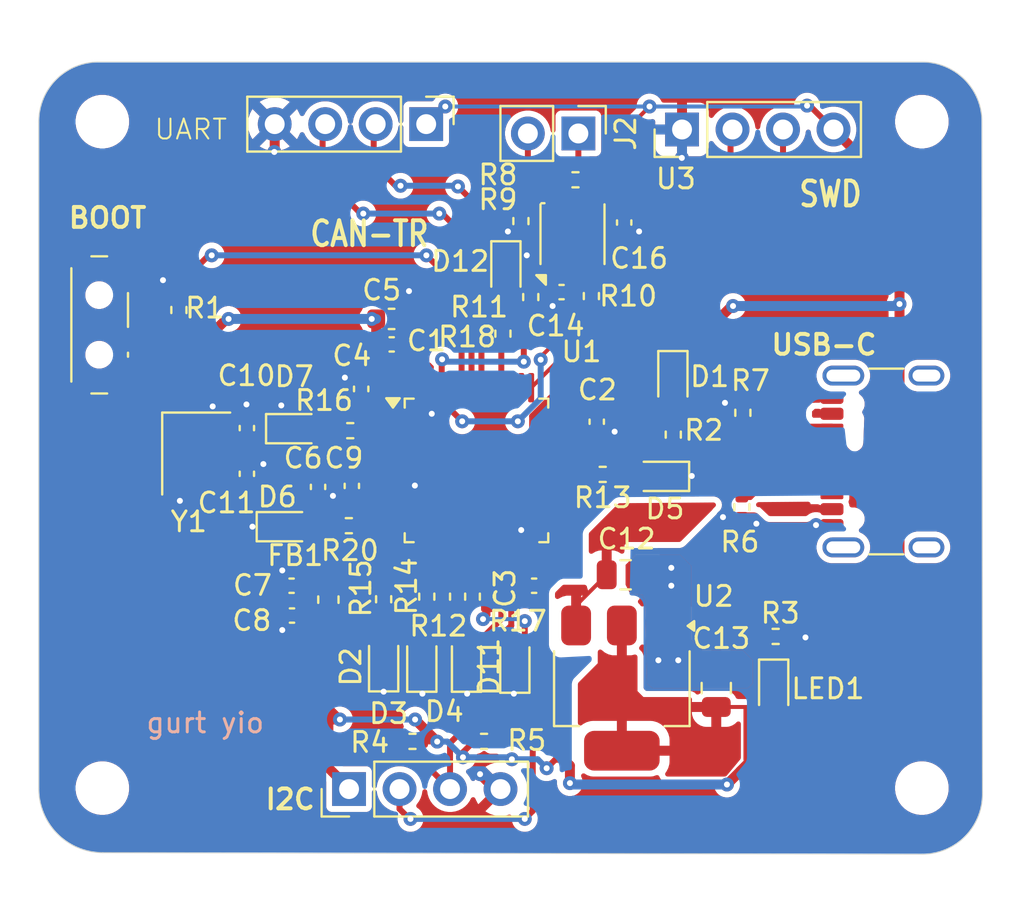
<source format=kicad_pcb>
(kicad_pcb (version 20241229) (generator "pcbnew") (generator_version "9.0")
  (layers (0 "F.Cu" signal) (2 "B.Cu" power) (13 "F.Paste" user) (15 "B.Paste" user) (5 "F.SilkS" user "F.Silkscreen") (7 "B.SilkS" user "B.Silkscreen") (1 "F.Mask" user) (3 "B.Mask" user) (25 "Edge.Cuts" user))
  (net 0 "")
  (net 1 "/NRST")
  (net 2 "/HSE_IN")
  (net 3 "/HSE_OUT")
  (net 4 "VBUS")
  (net 5 "/SWCLK")
  (net 6 "/SWDIO")
  (net 7 "/USART1_TX")
  (net 8 "/I2C2_SDA")
  (net 9 "/I2C2_SCL")
  (net 11 "Net-(J1-CC1)")
  (net 12 "/USB_D-")
  (net 13 "/USB_D+")
  (net 16 "Net-(J1-CC2)")
  (net 20 "/PWR_LED_K")
  (net 21 "/BOOT0")
  (net 22 "/SW for BOOT0")
  (net 24 "+5V")
  (net 26 "GND")
  (net 27 "+3V3")
  (net 28 "Net-(D1-A)")
  (net 34 "Net-(U3-STBY)")
  (net 36 "Net-(U3-RXD)")
  (net 37 "/CAN_RX")
  (net 41 "Net-(U3-TXD)")
  (net 42 "/CAN_TX")
  (net 49 "Net-(D4-A)")
  (net 50 "Net-(U1-PA7)")
  (net 51 "Net-(U1-PA9)")
  (net 52 "Net-(D5-A)")
  (net 53 "Net-(D3-A)")
  (net 54 "Net-(U1-PA4)")
  (net 55 "Net-(D2-A)")
  (net 56 "Net-(U1-PA2)")
  (net 57 "Net-(D7-A)")
  (net 58 "Net-(U1-PC13)")
  (net 59 "Net-(D11-A)")
  (net 60 "Net-(U1-PB0)")
  (net 61 "Net-(U1-PB4)")
  (net 62 "Net-(D12-A)")
  (net 63 "Net-(U1-PA0)")
  (net 64 "Net-(D6-A)")
  (net 65 "/USART1_RX")
  (net 66 "Net-(J2-Pin_1)")
  (net 67 "Net-(J2-Pin_2)")
  (footprint "Resistor_SMD:R_0402_1005Metric" (layer "F.Cu") (at 132.35 94.55 90)
    (property "Reference" "R10")
    (property "Value" "1K")
  )
  (footprint "Capacitor_SMD:C_0402_1005Metric" (layer "F.Cu") (at 120.3 104.1 -90)
    (property "Reference" "C9")
    (property "Value" "100n")
  )
  (footprint "Capacitor_SMD:C_0402_1005Metric" (layer "F.Cu") (at 117.27 109.12 180)
    (property "Reference" "C7")
    (property "Value" "1u")
  )
  (footprint "MountingHole:MountingHole_2.2mm_M2" (layer "F.Cu") (at 107.75 85.775)
    (property "Reference" "H1")
    (property "Value" "MountingHole")
  )
  (footprint "Inductor_SMD:L_0603_1608Metric" (layer "F.Cu") (at 119.12 109.82 -90)
    (property "Reference" "FB1")
    (property "Value" "120R")
  )
  (footprint "Package_TO_SOT_SMD:SOT-223-3_TabPin2" (layer "F.Cu") (at 133.8825 114.27 -90)
    (property "Reference" "U2")
    (property "Value" "AMS1117-3.3")
  )
  (footprint "Resistor_SMD:R_0402_1005Metric" (layer "F.Cu") (at 128.805 90.7775 -90)
    (property "Reference" "R9")
    (property "Value" "10K")
  )
  (footprint "Capacitor_SMD:C_0402_1005Metric" (layer "F.Cu") (at 122.305 96.98)
    (property "Reference" "C1")
    (property "Value" "100n")
  )
  (footprint "Capacitor_SMD:C_0402_1005Metric" (layer "F.Cu") (at 132.62 100.87 -90)
    (property "Reference" "C2")
    (property "Value" "100n")
  )
  (footprint "Capacitor_SMD:C_0402_1005Metric_Pad0.74x0.62mm_HandSolder" (layer "F.Cu") (at 120.77 99.22 90)
    (property "Reference" "C4")
    (property "Value" "100n")
  )
  (footprint "LED_SMD:LED_0603_1608Metric" (layer "F.Cu") (at 128.05 93.2775 -90)
    (property "Reference" "D12")
    (property "Value" "BLUE")
  )
  (footprint "Resistor_SMD:R_0402_1005Metric" (layer "F.Cu") (at 136.47 101.52 90)
    (property "Reference" "R2")
    (property "Value" "1K5")
  )
  (footprint "Resistor_SMD:R_0402_1005Metric" (layer "F.Cu") (at 139.92 105.17 -90)
    (property "Reference" "R6")
    (property "Value" "5k1")
  )
  (footprint "Resistor_SMD:R_0402_1005Metric" (layer "F.Cu") (at 124.07 109.67 90)
    (property "Reference" "R14")
    (property "Value" "1K5")
  )
  (footprint "Resistor_SMD:R_0402_1005Metric" (layer "F.Cu") (at 111.6 95.25 90)
    (property "Reference" "R1")
    (property "Value" "10K")
  )
  (footprint "Button_Switch_SMD:SW_SPDT_PCM12" (layer "F.Cu") (at 107.92 96 -90)
    (property "Reference" "SW1" (hide yes))
    (property "Value" "SW_SPDT")
  )
  (footprint "Resistor_SMD:R_0402_1005Metric" (layer "F.Cu") (at 127.9 96.44 -90)
    (property "Reference" "R18")
    (property "Value" "1K")
  )
  (footprint "LED_SMD:LED_0603_1608Metric" (layer "F.Cu") (at 123.82 112.97 90)
    (property "Reference" "D3")
    (property "Value" "RED")
  )
  (footprint "Connector_PinHeader_2.54mm:PinHeader_1x04_P2.54mm_Vertical" (layer "F.Cu") (at 124.04 85.9 -90)
    (property "Reference" "CONN2")
    (property "Value" "Conn_01x04_Pin")
  )
  (footprint "Connector_USB:USB_C_Receptacle_GCT_USB4105-xx-A_16P_TopMnt_Horizontal" (layer "F.Cu") (at 148.13 102.87 90)
    (property "Reference" "USB-C")
    (property "Value" "USB_C_Receptacle_USB2.0_16P")
  )
  (footprint "Resistor_SMD:R_0402_1005Metric" (layer "F.Cu") (at 139.97 100.42 90)
    (property "Reference" "R7")
    (property "Value" "5k1")
  )
  (footprint "Capacitor_SMD:C_0402_1005Metric" (layer "F.Cu") (at 129.47 109.12 180)
    (property "Reference" "C3")
    (property "Value" "100n")
  )
  (footprint "LED_SMD:LED_0603_1608Metric" (layer "F.Cu") (at 136.45 98.8 -90)
    (property "Reference" "D1")
    (property "Value" "GREEN")
  )
  (footprint "MountingHole:MountingHole_2.2mm_M2" (layer "F.Cu") (at 148.975 119.3)
    (property "Reference" "H3")
    (property "Value" "MountingHole")
  )
  (footprint "Resistor_SMD:R_0402_1005Metric" (layer "F.Cu") (at 131.55 88.7)
    (property "Reference" "R8")
    (property "Value" "120R")
  )
  (footprint "Connector_PinHeader_2.54mm:PinHeader_1x04_P2.54mm_Vertical" (layer "F.Cu") (at 120.16 119.35 90)
    (property "Reference" "CONN3")
    (property "Value" "Conn_01x04_Pin")
  )
  (footprint "Resistor_SMD:R_0402_1005Metric" (layer "F.Cu") (at 132.92 103.52 180)
    (property "Reference" "R13")
    (property "Value" "1K5")
  )
  (footprint "Capacitor_SMD:C_0603_1608Metric" (layer "F.Cu") (at 122.3 95.7)
    (property "Reference" "C5")
    (property "Value" "10u")
  )
  (footprint "LED_SMD:LED_0603_1608Metric" (layer "F.Cu") (at 117 106.15)
    (property "Reference" "D6")
    (property "Value" "RED")
  )
  (footprint "Package_DFN_QFN:DFN-8-1EP_3x3mm_P0.65mm_EP1.55x2.4mm" (layer "F.Cu") (at 131.4 91.4375 90)
    (property "Reference" "U3")
    (property "Value" "MCP2542FDxMF")
  )
  (footprint "Resistor_SMD:R_0402_1005Metric" (layer "F.Cu") (at 120.15 106.1)
    (property "Reference" "R20")
    (property "Value" "1K5")
  )
  (footprint "Package_QFP:LQFP-48_7x7mm_P0.5mm" (layer "F.Cu") (at 126.57 103.32)
    (property "Reference" "U1")
    (property "Value" "STM32F103C8T6")
  )
  (footprint "Capacitor_SMD:C_0402_1005Metric" (layer "F.Cu") (at 130.85 94.35)
    (property "Reference" "C14")
    (property "Value" "100n")
  )
  (footprint "Resistor_SMD:R_0402_1005Metric" (layer "F.Cu") (at 123.35 116.95)
    (property "Reference" "R4")
    (property "Value" "1K5")
  )
  (footprint "Capacitor_SMD:C_0402_1005Metric" (layer "F.Cu") (at 117.29 110.62 180)
    (property "Reference" "C8")
    (property "Value" "1u")
  )
  (footprint "Resistor_SMD:R_0402_1005Metric" (layer "F.Cu") (at 120.22 101.32)
    (property "Reference" "R16")
    (property "Value" "1K")
  )
  (footprint "Crystal:Crystal_SMD_3225-4Pin_3.2x2.5mm" (layer "F.Cu") (at 112.47 102.47 -90)
    (property "Reference" "Y1")
    (property "Value" "16MHz")
  )
  (footprint "Resistor_SMD:R_0402_1005Metric" (layer "F.Cu") (at 141.62 111.67 180)
    (property "Reference" "R3")
    (property "Value" "1K5")
  )
  (footprint "Resistor_SMD:R_0402_1005Metric" (layer "F.Cu") (at 125.62 109.67 90)
    (property "Reference" "R12")
    (property "Value" "1K5")
  )
  (footprint "Resistor_SMD:R_0402_1005Metric" (layer "F.Cu") (at 127.12 109.67 90)
    (property "Reference" "R17")
    (property "Value" "1K")
  )
  (footprint "LED_SMD:LED_0603_1608Metric" (layer "F.Cu") (at 128.5 113.02 90)
    (property "Reference" "D11")
    (property "Value" "BLUE")
  )
  (footprint "MountingHole:MountingHole_2.2mm_M2" (layer "F.Cu") (at 107.75 119.3)
    (property "Reference" "H2")
    (property "Value" "MountingHole")
  )
  (footprint "MountingHole:MountingHole_2.2mm_M2" (layer "F.Cu") (at 148.975 85.775)
    (property "Reference" "H4")
    (property "Value" "MountingHole")
  )
  (footprint "Capacitor_SMD:C_0402_1005Metric" (layer "F.Cu") (at 118.6 104.15 -90)
    (property "Reference" "C6")
    (property "Value" "10n")
  )
  (footprint "Resistor_SMD:R_0402_1005Metric" (layer "F.Cu") (at 121.9 109.8 90)
    (property "Reference" "R15")
    (property "Value" "1K5")
  )
  (footprint "Capacitor_SMD:C_0402_1005Metric" (layer "F.Cu") (at 115.02 103.49 90)
    (property "Reference" "C11")
    (property "Value" "10p")
  )
  (footprint "Capacitor_SMD:C_0402_1005Metric" (layer "F.Cu") (at 115.02 101.19 90)
    (property "Reference" "C10")
    (property "Value" "10p")
  )
  (footprint "Capacitor_SMD:C_0402_1005Metric" (layer "F.Cu") (at 134 90.85 -90)
    (property "Reference" "C16")
    (property "Value" "100n")
  )
  (footprint "LED_SMD:LED_0603_1608Metric" (layer "F.Cu") (at 117.47 101.22)
    (property "Reference" "D7")
    (property "Value" "BLUE")
  )
  (footprint "LED_SMD:LED_0603_1608Metric" (layer "F.Cu") (at 126.07 112.97 90)
    (property "Reference" "D4")
    (property "Value" "RED")
  )
  (footprint "Resistor_SMD:R_0402_1005Metric" (layer "F.Cu") (at 126.95 116.95 180)
    (property "Reference" "R5")
    (property "Value" "1K5")
  )
  (footprint "LED_SMD:LED_0603_1608Metric" (layer "F.Cu") (at 121.9 112.95 90)
    (property "Reference" "D2")
    (property "Value" "RED")
  )
  (footprint "Connector_PinHeader_2.54mm:PinHeader_1x04_P2.54mm_Vertical" (layer "F.Cu") (at 136.91 86.17 90)
    (property "Reference" "CONN1")
    (property "Value" "Conn_01x04_Pin")
  )
  (footprint "Connector_PinHeader_2.54mm:PinHeader_1x02_P2.54mm_Vertical" (layer "F.Cu") (at 131.695 86.37 -90)
    (property "Reference" "J2")
    (property "Value" "Conn_01x02_Pin")
  )
  (footprint "LED_SMD:LED_0603_1608Metric" (layer "F.Cu") (at 135.7825 103.62 180)
    (property "Reference" "D5")
    (property "Value" "RED")
  )
  (footprint "LED_SMD:LED_0603_1608Metric" (layer "F.Cu") (at 141.52 114.32 -90)
    (property "Reference" "LED1")
    (property "Value" "RED")
  )
  (footprint "Resistor_SMD:R_0402_1005Metric" (layer "F.Cu") (at 129.3 94.6 90)
    (property "Reference" "R11")
    (property "Value" "1K")
  )
  (footprint "Capacitor_SMD:C_0805_2012Metric" (layer "F.Cu") (at 138.6325 114.27 90)
    (property "Reference" "C13")
    (property "Value" "22u")
  )
  (footprint "Capacitor_SMD:C_0805_2012Metric" (layer "F.Cu") (at 134.07 108.57)
    (property "Reference" "C12")
    (property "Value" "22u")
  )
  (gr_line (start 149 82.775) (end 107.525141 82.775) (stroke (width 0.05)) (layer "Edge.Cuts"))
  (gr_arc (start 104.550002 85.80021) (mid 105.410929 83.671432) (end 107.525 82.775) (stroke (width 0.05)) (layer "Edge.Cuts"))
  (gr_arc (start 152.025 119.599998) (mid 151.138998 121.738996) (end 149 122.624998) (stroke (width 0.05)) (layer "Edge.Cuts"))
  (gr_line (start 104.550002 119.325) (end 104.550002 85.80021) (stroke (width 0.05)) (layer "Edge.Cuts"))
  (gr_line (start 107.775 122.549998) (end 149 122.624998) (stroke (width 0.05)) (layer "Edge.Cuts"))
  (gr_arc (start 149 82.775) (mid 151.12132 83.65368) (end 152 85.775) (stroke (width 0.05)) (layer "Edge.Cuts"))
  (gr_arc (start 107.775 122.549998) (mid 105.494582 121.605418) (end 104.550002 119.325) (stroke (width 0.05)) (layer "Edge.Cuts"))
  (gr_line (start 152.025 119.599998) (end 152 85.775) (stroke (width 0.05)) (layer "Edge.Cuts"))
  (gr_text "BOOT\n" (at 105.95 91.2 0) (layer "F.SilkS") (effects (font (size 1 1) (thickness 0.2)) (justify left bottom)))
  (gr_text "CAN-TR" (at 118.1 92.15 0) (layer "F.SilkS") (effects (font (size 1.25 1) (thickness 0.2) (bold yes)) (justify left bottom)))
  (gr_text "I2C" (at 115.85 120.45 0) (layer "F.SilkS") (effects (font (size 1 1) (thickness 0.2) (bold yes)) (justify left bottom)))
  (gr_text "SWD" (at 142.7 90.15 0) (layer "F.SilkS") (effects (font (size 1.25 1) (thickness 0.2) (bold yes)) (justify left bottom)))
  (gr_text "UART" (at 110.3 86.75 0) (layer "F.SilkS") (effects (font (size 1 1) (thickness 0.1)) (justify left bottom)))
  (gr_text "gurt yio" (at 109.875 116.6 0) (layer "B.SilkS") (effects (font (size 1 1)) (justify left bottom)))
  (segment (start 120.3 103.62) (end 122.349 103.62) (width 0.2) (layer "F.Cu") (net 1))
  (segment (start 122.349 103.62) (end 122.35 103.619) (width 0.2) (layer "F.Cu") (net 1))
  (segment (start 121.25 102.25) (end 115.14 102.25) (width 0.2) (layer "F.Cu") (net 2))
  (segment (start 115 102.25) (end 115.14 102.25) (width 0.2) (layer "F.Cu") (net 2))
  (segment (start 122.4075 102.57) (end 121.57 102.57) (width 0.2) (layer "F.Cu") (net 2))
  (segment (start 115.02 101.67) (end 114.79 101.67) (width 0.3) (layer "F.Cu") (net 2))
  (segment (start 115.02 102.13) (end 115.02 101.67) (width 0.2) (layer "F.Cu") (net 2))
  (segment (start 115.14 102.25) (end 115.02 102.13) (width 0.2) (layer "F.Cu") (net 2))
  (segment (start 114.879 102.371) (end 115 102.25) (width 0.2) (layer "F.Cu") (net 2))
  (segment (start 121.57 102.57) (end 121.25 102.25) (width 0.2) (layer "F.Cu") (net 2))
  (segment (start 112.621 102.371) (end 111.62 101.37) (width 0.2) (layer "F.Cu") (net 2))
  (segment (start 114.879 102.371) (end 112.621 102.371) (width 0.2) (layer "F.Cu") (net 2))
  (segment (start 120.95 102.701) (end 117.849 102.701) (width 0.3) (layer "F.Cu") (net 3))
  (segment (start 122.4075 103.07) (end 121.319 103.07) (width 0.3) (layer "F.Cu") (net 3))
  (segment (start 116.58 103.97) (end 115.02 103.97) (width 0.3) (layer "F.Cu") (net 3))
  (segment (start 117.849 102.701) (end 116.58 103.97) (width 0.3) (layer "F.Cu") (net 3))
  (segment (start 113.72 103.97) (end 115.02 103.97) (width 0.5) (layer "F.Cu") (net 3))
  (segment (start 121.319 103.07) (end 120.95 102.701) (width 0.3) (layer "F.Cu") (net 3))
  (segment (start 131.75 109.9) (end 131.5825 110.0675) (width 0.2) (layer "F.Cu") (net 4))
  (segment (start 131.5825 110.0675) (end 131.5825 111.12) (width 0.2) (layer "F.Cu") (net 4))
  (segment (start 133.12 108.57) (end 131.79 109.9) (width 0.2) (layer "F.Cu") (net 4))
  (segment (start 131.79 109.9) (end 131.75 109.9) (width 0.2) (layer "F.Cu") (net 4))
  (segment (start 139.35 89.1275) (end 139.35 86.27) (width 0.3) (layer "F.Cu") (net 5))
  (segment (start 129.32 99.1575) (end 139.35 89.1275) (width 0.2) (layer "F.Cu") (net 5))
  (segment (start 139.35 86.27) (end 139.45 86.17) (width 0.3) (layer "F.Cu") (net 5))
  (segment (start 129.67 101.57) (end 129.37 101.27) (width 0.3) (layer "F.Cu") (net 6))
  (segment (start 129.37 100.590466) (end 141.99 87.970466) (width 0.3) (layer "F.Cu") (net 6))
  (segment (start 130.7325 101.57) (end 129.67 101.57) (width 0.3) (layer "F.Cu") (net 6))
  (segment (start 129.37 101.27) (end 129.37 100.590466) (width 0.3) (layer "F.Cu") (net 6))
  (segment (start 141.99 87.970466) (end 141.99 86.17) (width 0.3) (layer "F.Cu") (net 6))
  (segment (start 125.6375 89.0375) (end 126.82 90.22) (width 0.3) (layer "F.Cu") (net 7))
  (segment (start 122.5 89) (end 121.4 87.9) (width 0.3) (layer "F.Cu") (net 7))
  (segment (start 121.4 87.9) (end 121.4 86.23) (width 0.3) (layer "F.Cu") (net 7))
  (segment (start 121.4 86.23) (end 121.37 86.2) (width 0.3) (layer "F.Cu") (net 7))
  (segment (start 125.6 89) (end 125.6375 89.0375) (width 0.3) (layer "F.Cu") (net 7))
  (segment (start 126.82 90.22) (end 126.82 99.1575) (width 0.3) (layer "F.Cu") (net 7))
  (via (at 122.75 89) (size 0.7) (drill 0.3) (layers "F.Cu" "B.Cu") (net 7))
  (via (at 125.6375 89.0375) (size 0.7) (drill 0.3) (layers "F.Cu" "B.Cu") (net 7))
  (segment (start 122.75 89) (end 122.5 89) (width 0.3) (layer "B.Cu") (net 7))
  (segment (start 125.6 89) (end 122.75 89) (width 0.3) (layer "B.Cu") (net 7))
  (segment (start 128.32 111.12569) (end 127.6 111.84569) (width 0.3) (layer "F.Cu") (net 8))
  (segment (start 127.6 111.84569) (end 127.6 115.35) (width 0.3) (layer "F.Cu") (net 8))
  (segment (start 122.7 120.35) (end 122.7 119.32) (width 0.3) (layer "F.Cu") (net 8))
  (segment (start 129.4 117.15) (end 129.4 120.45) (width 0.3) (layer "F.Cu") (net 8))
  (segment (start 123.2 120.85) (end 122.7 120.35) (width 0.3) (layer "F.Cu") (net 8))
  (segment (start 128.1 116.95) (end 128.65 116.4) (width 0.3) (layer "F.Cu") (net 8))
  (segment (start 127.6 115.35) (end 128.65 116.4) (width 0.3) (layer "F.Cu") (net 8))
  (segment (start 129.4 120.45) (end 129 120.85) (width 0.3) (layer "F.Cu") (net 8))
  (segment (start 128.65 116.4) (end 129.4 117.15) (width 0.3) (layer "F.Cu") (net 8))
  (segment (start 127.46 116.95) (end 128.1 116.95) (width 0.3) (layer "F.Cu") (net 8))
  (segment (start 128.32 107.4825) (end 128.32 111.12569) (width 0.3) (layer "F.Cu") (net 8))
  (via (at 123.25 120.85) (size 0.7) (drill 0.3) (layers "F.Cu" "B.Cu") (net 8))
  (via (at 129 120.85) (size 0.7) (drill 0.3) (layers "F.Cu" "B.Cu") (net 8))
  (segment (start 129 120.85) (end 123.25 120.85) (width 0.3) (layer "B.Cu") (net 8))
  (segment (start 123.25 120.85) (end 123.2 120.85) (width 0.3) (layer "B.Cu") (net 8))
  (segment (start 127.82 110.79769) (end 126.896 111.72169) (width 0.3) (layer "F.Cu") (net 9))
  (segment (start 125.21 119.32) (end 125.24 119.32) (width 0.3) (layer "F.Cu") (net 9))
  (segment (start 126.896 115.37495) (end 125.24 117.03095) (width 0.3) (layer "F.Cu") (net 9))
  (segment (start 125.24 117.03095) (end 125.24 119.32) (width 0.3) (layer "F.Cu") (net 9))
  (segment (start 122.84 116.95) (end 125.21 119.32) (width 0.3) (layer "F.Cu") (net 9))
  (segment (start 126.896 111.72169) (end 126.896 115.37495) (width 0.3) (layer "F.Cu") (net 9))
  (segment (start 127.82 107.4825) (end 127.82 110.79769) (width 0.3) (layer "F.Cu") (net 9))
  (segment (start 140.9 104.12) (end 144.45 104.12) (width 0.3) (layer "F.Cu") (net 11))
  (segment (start 140.33 104.66) (end 140.87 104.12) (width 0.3) (layer "F.Cu") (net 11))
  (segment (start 139.92 104.66) (end 140.33 104.66) (width 0.3) (layer "F.Cu") (net 11))
  (segment (start 140.87 104.12) (end 140.9 104.12) (width 0.3) (layer "F.Cu") (net 11))
  (segment (start 130.7325 102.57) (end 130.7825 102.62) (width 0.2) (layer "F.Cu") (net 12))
  (segment (start 130.7825 102.62) (end 141.88 102.62) (width 0.2) (layer "F.Cu") (net 12))
  (segment (start 143.27 103.62) (end 142.95 103.3) (width 0.2) (layer "F.Cu") (net 12))
  (segment (start 143.175 102.62) (end 144.45 102.62) (width 0.2) (layer "F.Cu") (net 12))
  (segment (start 141.88 102.62) (end 143.175 102.62) (width 0.2) (layer "F.Cu") (net 12))
  (segment (start 142.95 103.3) (end 142.95 102.845) (width 0.2) (layer "F.Cu") (net 12))
  (segment (start 144.45 103.62) (end 143.27 103.62) (width 0.2) (layer "F.Cu") (net 12))
  (segment (start 142.95 102.845) (end 143.175 102.62) (width 0.2) (layer "F.Cu") (net 12))
  (segment (start 145.326 102.852824) (end 145.058824 103.12) (width 0.2) (layer "F.Cu") (net 13))
  (segment (start 130.7325 102.07) (end 130.7825 102.12) (width 0.2) (layer "F.Cu") (net 13))
  (segment (start 145.058824 102.12) (end 145.326 102.387176) (width 0.2) (layer "F.Cu") (net 13))
  (segment (start 145.058824 103.12) (end 144.45 103.12) (width 0.2) (layer "F.Cu") (net 13))
  (segment (start 130.7825 102.12) (end 145.058824 102.12) (width 0.2) (layer "F.Cu") (net 13))
  (segment (start 145.326 102.387176) (end 145.326 102.852824) (width 0.2) (layer "F.Cu") (net 13))
  (segment (start 140.48 100.93) (end 140.67 101.12) (width 0.3) (layer "F.Cu") (net 16))
  (segment (start 140.67 101.12) (end 144.45 101.12) (width 0.3) (layer "F.Cu") (net 16))
  (segment (start 139.97 100.93) (end 140.48 100.93) (width 0.3) (layer "F.Cu") (net 16))
  (segment (start 141.11 111.67) (end 141.11 113.1225) (width 0.3) (layer "F.Cu") (net 20))
  (segment (start 141.11 113.1225) (end 141.52 113.5325) (width 0.3) (layer "F.Cu") (net 20))
  (segment (start 125.82 94.27) (end 124.05 92.5) (width 0.3) (layer "F.Cu") (net 21))
  (segment (start 125.82 99.1575) (end 125.82 94.27) (width 0.3) (layer "F.Cu") (net 21))
  (segment (start 111.6 94) (end 111.6 94.74) (width 0.3) (layer "F.Cu") (net 21))
  (segment (start 113.1 92.5) (end 111.6 94) (width 0.3) (layer "F.Cu") (net 21))
  (via (at 113.25 92.5) (size 0.7) (drill 0.3) (layers "F.Cu" "B.Cu") (net 21))
  (via (at 124.05 92.5) (size 0.7) (drill 0.3) (layers "F.Cu" "B.Cu") (net 21))
  (segment (start 113.25 92.5) (end 113.1 92.5) (width 0.3) (layer "B.Cu") (net 21))
  (segment (start 124.05 92.5) (end 113.25 92.5) (width 0.3) (layer "B.Cu") (net 21))
  (segment (start 111.6 96.59) (end 111.6 95.76) (width 0.3) (layer "F.Cu") (net 22))
  (segment (start 111.3 96.89) (end 109.49 96.89) (width 0.3) (layer "F.Cu") (net 22))
  (segment (start 109.49 96.89) (end 109.35 96.75) (width 0.3) (layer "F.Cu") (net 22))
  (segment (start 111.3 96.89) (end 111.6 96.59) (width 0.3) (layer "F.Cu") (net 22))
  (segment (start 131.725 92.9875) (end 131.679 93.0335) (width 0.3) (layer "F.Cu") (net 24))
  (segment (start 131.679 93.0335) (end 131.679 94.001) (width 0.3) (layer "F.Cu") (net 24))
  (segment (start 131.679 94.001) (end 131.33 94.35) (width 0.3) (layer "F.Cu") (net 24))
  (segment (start 132.62 101.35) (end 133.5 101.35) (width 0.3) (layer "F.Cu") (net 26))
  (segment (start 113.32 101.37) (end 113.32 100.12) (width 0.5) (layer "F.Cu") (net 26))
  (segment (start 139.92 105.68) (end 138.98 105.68) (width 0.3) (layer "F.Cu") (net 26))
  (segment (start 116.42 87.28) (end 116.4 87.3) (width 0.5) (layer "F.Cu") (net 26))
  (segment (start 139.97 99.91) (end 139.08 99.91) (width 0.3) (layer "F.Cu") (net 26))
  (segment (start 136.02 108.57) (end 136.37 108.22) (width 0.5) (layer "F.Cu") (net 26))
  (segment (start 127.5 119.35) (end 126.75 118.6) (width 0.5) (layer "F.Cu") (net 26))
  (segment (start 124.32 99.1575) (end 124.32 98.12) (width 0.2) (layer "F.Cu") (net 26))
  (segment (start 137.38 103.62) (end 137.4 103.6) (width 0.5) (layer "F.Cu") (net 26))
  (segment (start 126.07 113.7575) (end 126.07 114.52) (width 0.5) (layer "F.Cu") (net 26))
  (segment (start 123.82 114.52) (end 123.85 114.55) (width 0.5) (layer "F.Cu") (net 26))
  (segment (start 138.6325 113.32) (end 137.17 113.32) (width 0.5) (layer "F.Cu") (net 26))
  (segment (start 126.07 114.52) (end 126.1 114.55) (width 0.5) (layer "F.Cu") (net 26))
  (segment (start 136.91 86.17) (end 136.91 87.59) (width 0.5) (layer "F.Cu") (net 26))
  (segment (start 124.32 98.12) (end 124.2 98) (width 0.2) (layer "F.Cu") (net 26))
  (segment (start 131.77 101.07) (end 132.05 101.35) (width 0.3) (layer "F.Cu") (net 26))
  (segment (start 116.79 108.36) (end 116.8 108.35) (width 0.5) (layer "F.Cu") (net 26))
  (segment (start 123.075 95.7) (end 123.075 96.69) (width 0.5) (layer "F.Cu") (net 26))
  (segment (start 130.37 94.30174) (end 130.37 94.35) (width 0.3) (layer "F.Cu") (net 26))
  (segment (start 136.91 87.59) (end 136.9 87.6) (width 0.5) (layer "F.Cu") (net 26))
  (segment (start 118.6 104.63) (end 119.32 104.63) (width 0.5) (layer "F.Cu") (net 26))
  (segment (start 123.15 95.45) (end 123.15 94.325) (width 0.5) (layer "F.Cu") (net 26))
  (segment (start 119.9525 98.6525) (end 119.95 98.65) (width 0.5) (layer "F.Cu") (net 26))
  (segment (start 123.460123 104.07) (end 123.47083 104.080707) (width 0.2) (layer "F.Cu") (net 26))
  (segment (start 143.07 111.67) (end 143.12 111.72) (width 0.5) (layer "F.Cu") (net 26))
  (segment (start 138.98 105.68) (end 138.97 105.67) (width 0.3) (layer "F.Cu") (net 26))
  (segment (start 140.65 106) (end 140.72 106.07) (width 0.3) (layer "F.Cu") (net 26))
  (segment (start 116.79 109.12) (end 116.79 108.36) (width 0.5) (layer "F.Cu") (net 26))
  (segment (start 139.97 99.91) (end 140.43 99.91) (width 0.3) (layer "F.Cu") (net 26))
  (segment (start 131.5075 91.33) (end 131.4 91.4375) (width 0.5) (layer "F.Cu") (net 26))
  (segment (start 116.2125 106.15) (end 115.3 106.15) (width 0.5) (layer "F.Cu") (net 26))
  (segment (start 142.13 111.67) (end 143.07 111.67) (width 0.5) (layer "F.Cu") (net 26))
  (segment (start 136.1825 109.3075) (end 136.37 109.12) (width 0.5) (layer "F.Cu") (net 26))
  (segment (start 115.02 100.71) (end 115.02 100.02) (width 0.5) (layer "F.Cu") (net 26))
  (segment (start 120.81 104.07) (end 120.3 104.58) (width 0.2) (layer "F.Cu") (net 26))
  (segment (start 124.32 99.1575) (end 124.32 100.47) (width 0.3) (layer "F.Cu") (net 26))
  (segment (start 128.82 107.4825) (end 128.82 106.32) (width 0.3) (layer "F.Cu") (net 26))
  (segment (start 124.2 98) (end 123.1 98) (width 0.2) (layer "F.Cu") (net 26))
  (segment (start 115.02 100.02) (end 115 100) (width 0.5) (layer "F.Cu") (net 26))
  (segment (start 130.7325 101.07) (end 131.77 101.07) (width 0.3) (layer "F.Cu") (net 26))
  (segment (start 140.43 99.91) (end 140.67 99.67) (width 0.3) (layer "F.Cu") (net 26))
  (segment (start 116.6825 100.1175) (end 116.75 100.05) (width 0.2) (layer "F.Cu") (net 26))
  (segment (start 116.42 85.9) (end 116.42 87.28) (width 0.5) (layer "F.Cu") (net 26))
  (segment (start 132.05 101.35) (end 132.62 101.35) (width 0.3) (layer "F.Cu") (net 26))
  (segment (start 119.35 104.6) (end 120.28 104.6) (width 0.5) (layer "F.Cu") (net 26))
  (segment (start 140.67 99.67) (end 144.45 99.67) (width 0.3) (layer "F.Cu") (net 26))
  (segment (start 143.65 106.07) (end 144.45 106.07) (width 0.3) (layer "F.Cu") (net 26))
  (segment (start 116.81 110.62) (end 116.81 111.34) (width 0.5) (layer "F.Cu") (net 26))
  (segment (start 130.37 95.02) (end 130.4 95.05) (width 0.3) (layer "F.Cu") (net 26))
  (segment (start 140.33 105.68) (end 140.65 106) (width 0.3) (layer "F.Cu") (net 26))
  (segment (start 136.1825 111.12) (end 136.1825 109.3075) (width 0.5) (layer "F.Cu") (net 26))
  (segment (start 123.15 94.325) (end 123.175 94.3) (width 0.5) (layer "F.Cu") (net 26))
  (segment (start 139.92 105.68) (end 140.33 105.68) (width 0.3) (layer "F.Cu") (net 26))
  (segment (start 123.82 113.7575) (end 123.82 114.52) (width 0.5) (layer "F.Cu") (net 26))
  (segment (start 120.28 104.6) (end 120.3 104.58) (width 0.5) (layer "F.Cu") (net 26))
  (segment (start 116.81 111.34) (end 116.8 111.35) (width 0.5) (layer "F.Cu") (net 26))
  (segment (start 128.5 113.8075) (end 128.5 114.5) (width 0.5) (layer "F.Cu") (net 26))
  (segment (start 134.72 91.33) (end 134.75 91.3) (width 0.5) (layer "F.Cu") (net 26))
  (segment (start 111.62 104.82) (end 111.65 104.85) (width 0.3) (layer "F.Cu") (net 26))
  (segment (start 128.5 114.5) (end 128.45 114.55) (width 0.5) (layer "F.Cu") (net 26))
  (segment (start 137.17 113.32) (end 136.72 112.87) (width 0.5) (layer "F.Cu") (net 26))
  (segment (start 120.77 98.6525) (end 119.9525 98.6525) (width 0.5) (layer "F.Cu") (net 26))
  (segment (start 136.1825 111.12) (end 136.1825 112.4075) (width 0.5) (layer "F.Cu") (net 26))
  (segment (start 122.785 97.685) (end 122.785 96.98) (width 0.2) (layer "F.Cu") (net 26))
  (segment (start 119.32 104.63) (end 119.35 104.6) (width 0.5) (layer "F.Cu") (net 26))
  (segment (start 128.82 107.4825) (end 128.82 108.95) (width 0.3) (layer "F.Cu") (net 26))
  (segment (start 128.05 92.49) (end 129.09 92.49) (width 0.5) (layer "F.Cu") (net 26))
  (segment (start 122.4075 104.07) (end 120.81 104.07) (width 0.2) (layer "F.Cu") (net 26))
  (segment (start 128.805 91.2875) (end 128.1625 91.2875) (width 0.5) (layer "F.Cu") (net 26))
  (segment (start 131.25 91.2875) (end 131.4 91.4375) (width 0.5) (layer "F.Cu") (net 26))
  (segment (start 111.62 103.57) (end 111.62 104.82) (width 0.3) (layer "F.Cu") (net 26))
  (segment (start 131.075 93.59674) (end 130.37 94.30174) (width 0.3) (layer "F.Cu") (net 26))
  (segment (start 122.4075 104.07) (end 123.460123 104.07) (width 0.2) (layer "F.Cu") (net 26))
  (segment (start 140.72 106.07) (end 143.65 106.07) (width 0.3) (layer "F.Cu") (net 26))
  (segment (start 128.1625 91.2875) (end 128.15 91.3) (width 0.5) (layer "F.Cu") (net 26))
  (segment (start 131.075 92.9875) (end 131.075 93.59674) (width 0.3) (layer "F.Cu") (net 26))
  (segment (start 128.82 108.95) (end 128.99 109.12) (width 0.3) (layer "F.Cu") (net 26))
  (segment (start 136.57 103.62) (end 137.38 103.62) (width 0.5) (layer "F.Cu") (net 26))
  (segment (start 109.35 93.75) (end 110.8 93.75) (width 0.5) (layer "F.Cu") (net 26))
  (segment (start 113.32 100.12) (end 113.3 100.1) (width 0.5) (layer "F.Cu") (net 26))
  (segment (start 135.02 108.57) (end 136.02 108.57) (width 0.5) (layer "F.Cu") (net 26))
  (segment (start 130.37 94.35) (end 130.37 95.02) (width 0.3) (layer "F.Cu") (net 26))
  (segment (start 139.08 99.91) (end 139.07 99.92) (width 0.3) (layer "F.Cu") (net 26))
  (segment (start 123.1 98) (end 122.785 97.685) (width 0.2) (layer "F.Cu") (net 26))
  (segment (start 136.1825 112.4075) (end 135.72 112.87) (width 0.5) (layer "F.Cu") (net 26))
  (segment (start 133.5 101.35) (end 133.52 101.37) (width 0.3) (layer "F.Cu") (net 26))
  (segment (start 127.78 119.35) (end 127.5 119.35) (width 0.5) (layer "F.Cu") (net 26))
  (segment (start 121.9 113.7375) (end 121.9 114.45) (width 0.5) (layer "F.Cu") (net 26))
  (segment (start 115.02 103.01) (end 115.84 103.01) (width 0.3) (layer "F.Cu") (net 26))
  (segment (start 116.6825 101.22) (end 116.6825 100.1175) (width 0.2) (layer "F.Cu") (net 26))
  (segment (start 115.84 103.01) (end 115.85 103) (width 0.3) (layer "F.Cu") (net 26))
  (segment (start 129.09 92.49) (end 129.1 92.5) (width 0.5) (layer "F.Cu") (net 26))
  (segment (start 123.075 96.69) (end 122.785 96.98) (width 0.5) (layer "F.Cu") (net 26))
  (via (at 137.4 103.6) (size 0.7) (drill 0.3) (layers "F.Cu" "B.Cu") (net 26))
  (via (at 143.65 106.07) (size 0.7) (drill 0.3) (layers "F.Cu" "B.Cu") (net 26))
  (via (at 136.37 108.22) (size 0.7) (drill 0.3) (layers "F.Cu" "B.Cu") (net 26))
  (via (at 139.07 99.92) (size 0.7) (drill 0.3) (layers "F.Cu" "B.Cu") (net 26))
  (via (at 116.8 111.35) (size 0.7) (drill 0.3) (layers "F.Cu" "B.Cu") (net 26))
  (via (at 134.75 91.3) (size 0.7) (drill 0.3) (layers "F.Cu" "B.Cu") (net 26))
  (via (at 113.3 100.1) (size 0.7) (drill 0.3) (layers "F.Cu" "B.Cu") (net 26))
  (via (at 116.8 108.35) (size 0.7) (drill 0.3) (layers "F.Cu" "B.Cu") (net 26))
  (via (at 123.175 94.3) (size 0.7) (drill 0.3) (layers "F.Cu" "B.Cu") (net 26))
  (via (at 136.37 109.12) (size 0.7) (drill 0.3) (layers "F.Cu" "B.Cu") (net 26))
  (via (at 116.75 100.05) (size 0.7) (drill 0.3) (layers "F.Cu" "B.Cu") (net 26))
  (via (at 110.8 93.75) (size 0.7) (drill 0.3) (layers "F.Cu" "B.Cu") (net 26))
  (via (at 136.72 112.87) (size 0.7) (drill 0.3) (layers "F.Cu" "B.Cu") (net 26))
  (via (at 124.32 100.47) (size 0.7) (drill 0.3) (layers "F.Cu" "B.Cu") (net 26))
  (via (at 116.4 87.3) (size 0.7) (drill 0.3) (layers "F.Cu" "B.Cu") (net 26))
  (via (at 135.72 112.87) (size 0.7) (drill 0.3) (layers "F.Cu" "B.Cu") (net 26))
  (via (at 119.35 104.6) (size 0.7) (drill 0.3) (layers "F.Cu" "B.Cu") (net 26))
  (via (at 138.97 105.67) (size 0.7) (drill 0.3) (layers "F.Cu" "B.Cu") (net 26))
  (via (at 128.15 91.3) (size 0.7) (drill 0.3) (layers "F.Cu" "B.Cu") (net 26))
  (via (at 115 100) (size 0.7) (drill 0.3) (layers "F.Cu" "B.Cu") (net 26))
  (via (at 111.65 104.85) (size 0.7) (drill 0.3) (layers "F.Cu" "B.Cu") (net 26))
  (via (at 130.4 95.05) (size 0.7) (drill 0.3) (layers "F.Cu" "B.Cu") (net 26))
  (via (at 133.52 101.37) (size 0.7) (drill 0.3) (layers "F.Cu" "B.Cu") (net 26))
  (via (at 115.3 106.15) (size 0.7) (drill 0.3) (layers "F.Cu" "B.Cu") (net 26))
  (via (at 123.85 114.55) (size 0.7) (drill 0.3) (layers "F.Cu" "B.Cu") (net 26))
  (via (at 119.95 98.65) (size 0.7) (drill 0.3) (layers "F.Cu" "B.Cu") (net 26))
  (via (at 136.9 87.6) (size 0.7) (drill 0.3) (layers "F.Cu" "B.Cu") (net 26))
  (via (at 128.82 106.32) (size 0.7) (drill 0.3) (layers "F.Cu" "B.Cu") (net 26))
  (via (at 140.65 106) (size 0.7) (drill 0.3) (layers "F.Cu" "B.Cu") (net 26))
  (via (at 129.1 92.5) (size 0.7) (drill 0.3) (layers "F.Cu" "B.Cu") (net 26))
  (via (at 143.12 111.72) (size 0.7) (drill 0.3) (layers "F.Cu" "B.Cu") (net 26))
  (via (at 123.47083 104.080707) (size 0.7) (drill 0.3) (layers "F.Cu" "B.Cu") (net 26))
  (via (at 121.9 114.45) (size 0.7) (drill 0.3) (layers "F.Cu" "B.Cu") (net 26))
  (via (at 126.1 114.55) (size 0.7) (drill 0.3) (layers "F.Cu" "B.Cu") (net 26))
  (via (at 115.85 103) (size 0.7) (drill 0.3) (layers "F.Cu" "B.Cu") (net 26))
  (via (at 128.45 114.55) (size 0.7) (drill 0.3) (layers "F.Cu" "B.Cu") (net 26))
  (via (at 126.75 118.6) (size 0.7) (drill 0.3) (layers "F.Cu" "B.Cu") (net 26))
  (segment (start 128.805 91.2875) (end 131.25 91.2875) (width 0.5) (layer "B.Cu") (net 26))
  (segment (start 134 91.33) (end 131.5075 91.33) (width 0.5) (layer "B.Cu") (net 26))
  (segment (start 134 91.33) (end 134.72 91.33) (width 0.5) (layer "B.Cu") (net 26))
  (segment (start 117.7 104.8) (end 117.7 104.55) (width 0.2) (layer "F.Cu") (net 27))
  (segment (start 117.4214 105.3) (end 117.049 105.6724) (width 0.2) (layer "F.Cu") (net 27))
  (segment (start 141.37 115.22) (end 141.3825 115.2075) (width 0.5) (layer "F.Cu") (net 27))
  (segment (start 118.9825 110.62) (end 119.02 110.6575) (width 0.3) (layer "F.Cu") (net 27))
  (segment (start 138.6325 115.22) (end 140.1 115.22) (width 0.2) (layer "F.Cu") (net 27))
  (segment (start 132.375 89.8875) (end 133.5175 89.8875) (width 0.3) (layer "F.Cu") (net 27))
  (segment (start 119.12 110.6075) (end 119.12 115.85) (width 0.5) (layer "F.Cu") (net 27))
  (segment (start 118.85 105.3) (end 117.4214 105.3) (width 0.2) (layer "F.Cu") (net 27))
  (segment (start 124.581699 116.95) (end 124.59367 116.961971) (width 0.3) (layer "F.Cu") (net 27))
  (segment (start 133.5175 89.8875) (end 134 90.37) (width 0.3) (layer "F.Cu") (net 27))
  (segment (start 110.4 106.6) (end 110.4 99.3) (width 0.5) (layer "F.Cu") (net 27))
  (segment (start 110.4 99.3) (end 109.35 98.25) (width 0.5) (layer "F.Cu") (net 27))
  (segment (start 120.7 105.3) (end 118.85 105.3) (width 0.2) (layer "F.Cu") (net 27))
  (segment (start 123.82 99.1575) (end 122.3075 99.1575) (width 0.3) (layer "F.Cu") (net 27))
  (segment (start 131.27 119.05) (end 131.27 118.170058) (width 0.5) (layer "F.Cu") (net 27))
  (segment (start 140.1 115.22) (end 141.4075 115.22) (width 0.2) (layer "F.Cu") (net 27))
  (segment (start 122.4075 104.57) (end 122.3775 104.6) (width 0.2) (layer "F.Cu") (net 27))
  (segment (start 121.2 104.6) (end 121.2 104.8) (width 0.2) (layer "F.Cu") (net 27))
  (segment (start 134 87.075) (end 134 90.37) (width 0.3) (layer "F.Cu") (net 27))
  (segment (start 117.75 109.12) (end 119.0325 109.12) (width 0.2) (layer "F.Cu") (net 27))
  (segment (start 134 86.678) (end 134 86.289) (width 0.2) (layer "F.Cu") (net 27))
  (segment (start 147.85 95.05) (end 147.85 94.95) (width 0.5) (layer "F.Cu") (net 27))
  (segment (start 130.1 118.3) (end 130.524971 117.875029) (width 0.3) (layer "F.Cu") (net 27))
  (segment (start 117.98 103.67) (end 118.6 103.67) (width 0.2) (layer "F.Cu") (net 27))
  (segment (start 119.65 115.85) (end 110.4 106.6) (width 0.5) (layer "F.Cu") (net 27))
  (segment (start 125.89 117.5) (end 126.44 116.95) (width 0.3) (layer "F.Cu") (net 27))
  (segment (start 114 95.7) (end 110.4 99.3) (width 0.5) (layer "F.Cu") (net 27))
  (segment (start 135.19 99.2725) (end 135.19 100.39) (width 0.2) (layer "F.Cu") (net 27))
  (segment (start 129.32 107.4825) (end 129.8325 107.4825) (width 0.3) (layer "F.Cu") (net 27))
  (segment (start 121.525 95.7) (end 121.525 96.68) (width 0.5) (layer "F.Cu") (net 27))
  (segment (start 134 86.289) (end 135.275 85.014) (width 0.2) (layer "F.Cu") (net 27))
  (segment (start 121.6775 99.7875) (end 122.3075 99.1575) (width 0.2) (layer "F.Cu") (net 27))
  (segment (start 121.825 98.675) (end 121.825 96.98) (width 0.3) (layer "F.Cu") (net 27))
  (segment (start 147.85 110.44) (end 147.85 95.05) (width 0.5) (layer "F.Cu") (net 27))
  (segment (start 125.89 117.75) (end 125.89 117.5) (width 0.3) (layer "F.Cu") (net 27))
  (segment (start 130.974971 117.875029) (end 129.95 116.850058) (width 0.5) (layer "F.Cu") (net 27))
  (segment (start 139.845 118.445) (end 139.17 119.12) (width 0.5) (layer "F.Cu") (net 27))
  (segment (start 147.85 89.49) (end 144.53 86.17) (width 0.5) (layer "F.Cu") (net 27))
  (segment (start 121.2 104.8) (end 120.7 105.3) (width 0.2) (layer "F.Cu") (net 27))
  (segment (start 123.86 116.95) (end 124.581699 116.95) (width 0.3) (layer "F.Cu") (net 27))
  (segment (start 131.27 119.12) (end 131.27 119.05) (width 0.5) (layer "F.Cu") (net 27))
  (segment (start 129.95 116.850058) (end 129.95 109.12) (width 0.5) (layer "F.Cu") (net 27))
  (segment (start 121.625 99.7875) (end 121.6775 99.7875) (width 0.2) (layer "F.Cu") (net 27))
  (segment (start 117.95 105.3) (end 117.7 105.05) (width 0.2) (layer "F.Cu") (net 27))
  (segment (start 122.3775 104.6) (end 121.2 104.6) (width 0.2) (layer "F.Cu") (net 27))
  (segment (start 131.95 100.39) (end 132.62 100.39) (width 0.3) (layer "F.Cu") (net 27))
  (segment (start 119.12 115.85) (end 119.65 115.85) (width 0.5) (layer "F.Cu") (net 27))
  (segment (start 123.481699 115.85) (end 124.59367 116.961971) (width 0.5) (layer "F.Cu") (net 27))
  (segment (start 119.12 118.28) (end 120.16 119.32) (width 0.5) (layer "F.Cu") (net 27))
  (segment (start 121.525 96.68) (end 121.825 96.98) (width 0.5) (layer "F.Cu") (net 27))
  (segment (start 130.524971 117.875029) (end 130.974971 117.875029) (width 0.3) (layer "F.Cu") (net 27))
  (segment (start 109.35 98.25) (end 109.401 98.301) (width 0.2) (layer "F.Cu") (net 27))
  (segment (start 139.845 118.445) (end 147.85 110.44) (width 0.5) (layer "F.Cu") (net 27))
  (segment (start 119.12 109.0325) (end 119.12 110.6075) (width 0.2) (layer "F.Cu") (net 27))
  (segment (start 140.27 118.02) (end 139.845 118.445) (width 0.5) (layer "F.Cu") (net 27))
  (segment (start 140.1 115.22) (end 140.1 117.85) (width 0.2) (layer "F.Cu") (net 27))
  (segment (start 141.4075 115.22) (end 141.52 115.1075) (width 0.2) (layer "F.Cu") (net 27))
  (segment (start 117.7 105.05) (end 117.7 104.8) (width 0.2) (layer "F.Cu") (net 27))
  (segment (start 129.95 107.6) (end 129.95 109.12) (width 0.3) (layer "F.Cu") (net 27))
  (segment (start 128.25 117.75) (end 128.35 117.85) (width 0.3) (layer "F.Cu") (net 27))
  (segment (start 117.049 105.6724) (end 117.049 106.9615) (width 0.2) (layer "F.Cu") (net 27))
  (segment (start 117.049 106.9615) (end 119.12 109.0325) (width 0.2) (layer "F.Cu") (net 27))
  (segment (start 121.625 99.7875) (end 122.4075 100.57) (width 0.2) (layer "F.Cu") (net 27))
  (segment (start 117.77 110.62) (end 118.9825 110.62) (width 0.3) (layer "F.Cu") (net 27))
  (segment (start 118.85 105.3) (end 117.95 105.3) (width 0.2) (layer "F.Cu") (net 27))
  (segment (start 124.04 85.9) (end 124.926 85.014) (width 0.3) (layer "F.Cu") (net 27))
  (segment (start 131.27 118.170058) (end 130.974971 117.875029) (width 0.5) (layer "F.Cu") (net 27))
  (segment (start 117.7 104.55) (end 117.7 103.95) (width 0.2) (layer "F.Cu") (net 27))
  (segment (start 132.62 100.39) (end 135.19 100.39) (width 0.3) (layer "F.Cu") (net 27))
  (segment (start 120.77 99.7875) (end 121.625 99.7875) (width 0.2) (layer "F.Cu") (net 27))
  (segment (start 144.53 86.17) (end 143.329 84.969) (width 0.3) (layer "F.Cu") (net 27))
  (segment (start 117.7 103.95) (end 117.98 103.67) (width 0.2) (layer "F.Cu") (net 27))
  (segment (start 129.8325 107.4825) (end 129.95 107.6) (width 0.3) (layer "F.Cu") (net 27))
  (segment (start 134 86.678) (end 134 87.075) (width 0.3) (layer "F.Cu") (net 27))
  (segment (start 122.3075 99.1575) (end 121.825 98.675) (width 0.3) (layer "F.Cu") (net 27))
  (segment (start 147.85 94.95) (end 147.85 89.49) (width 0.5) (layer "F.Cu") (net 27))
  (segment (start 140.1 117.85) (end 140.27 118.02) (width 0.2) (layer "F.Cu") (net 27))
  (segment (start 119.0325 109.12) (end 119.12 109.0325) (width 0.2) (layer "F.Cu") (net 27))
  (segment (start 136.45 98.0125) (end 135.19 99.2725) (width 0.2) (layer "F.Cu") (net 27))
  (segment (start 119.12 115.85) (end 119.12 118.28) (width 0.5) (layer "F.Cu") (net 27))
  (segment (start 118.9825 109.12) (end 119.02 109.0825) (width 0.3) (layer "F.Cu") (net 27))
  (segment (start 139.4125 95.05) (end 136.45 98.0125) (width 0.5) (layer "F.Cu") (net 27))
  (segment (start 131.77 100.57) (end 131.95 100.39) (width 0.3) (layer "F.Cu") (net 27))
  (segment (start 130.7325 100.57) (end 131.77 100.57) (width 0.3) (layer "F.Cu") (net 27))
  (via (at 123.481699 115.85) (size 0.7) (drill 0.3) (layers "F.Cu" "B.Cu") (net 27))
  (via (at 143.2 84.969) (size 0.7) (drill 0.3) (layers "F.Cu" "B.Cu") (net 27))
  (via (at 125 85.014) (size 0.7) (drill 0.3) (layers "F.Cu" "B.Cu") (net 27))
  (via (at 131.27 119.05) (size 0.7) (drill 0.3) (layers "F.Cu" "B.Cu") (net 27))
  (via (at 147.85 94.95) (size 0.7) (drill 0.3) (layers "F.Cu" "B.Cu") (net 27))
  (via (at 119.7 115.85) (size 0.7) (drill 0.3) (layers "F.Cu" "B.Cu") (net 27))
  (via (at 135.275 85.014) (size 0.7) (drill 0.3) (layers "F.Cu" "B.Cu") (net 27))
  (via (at 124.59367 116.961971) (size 0.7) (drill 0.3) (layers "F.Cu" "B.Cu") (net 27))
  (via (at 121.3 95.7) (size 0.7) (drill 0.3) (layers "F.Cu" "B.Cu") (net 27))
  (via (at 139.475 95.05) (size 0.7) (drill 0.3) (layers "F.Cu" "B.Cu") (net 27))
  (via (at 114.1 95.7) (size 0.7) (drill 0.3) (layers "F.Cu" "B.Cu") (net 27))
  (via (at 130.1 118.3) (size 0.7) (drill 0.3) (layers "F.Cu" "B.Cu") (net 27))
  (via (at 125.89 117.75) (size 0.7) (drill 0.3) (layers "F.Cu" "B.Cu") (net 27))
  (via (at 139.17 119.12) (size 0.7) (drill 0.3) (layers "F.Cu" "B.Cu") (net 27))
  (via (at 128.35 117.85) (size 0.7) (drill 0.3) (layers "F.Cu" "B.Cu") (net 27))
  (segment (start 129.65 117.85) (end 130.1 118.3) (width 0.3) (layer "B.Cu") (net 27))
  (segment (start 124.926 85.014) (end 125 85.014) (width 0.3) (layer "B.Cu") (net 27))
  (segment (start 139.17 119.12) (end 131.27 119.12) (width 0.5) (layer "B.Cu") (net 27))
  (segment (start 119.7 115.85) (end 123.481699 115.85) (width 0.3) (layer "B.Cu") (net 27))
  (segment (start 124.59367 116.961971) (end 125.101971 116.961971) (width 0.3) (layer "B.Cu") (net 27))
  (segment (start 119.65 115.85) (end 119.7 115.85) (width 0.5) (layer "B.Cu") (net 27))
  (segment (start 121.3 95.7) (end 114.1 95.7) (width 0.5) (layer "B.Cu") (net 27))
  (segment (start 125.101971 116.961971) (end 125.89 117.75) (width 0.3) (layer "B.Cu") (net 27))
  (segment (start 143.155 85.014) (end 143.2 84.969) (width 0.2) (layer "B.Cu") (net 27))
  (segment (start 139.475 95.05) (end 139.4125 95.05) (width 0.5) (layer "B.Cu") (net 27))
  (segment (start 114.1 95.7) (end 114 95.7) (width 0.5) (layer "B.Cu") (net 27))
  (segment (start 135.275 85.014) (end 143.155 85.014) (width 0.2) (layer "B.Cu") (net 27))
  (segment (start 125.89 117.75) (end 128.25 117.75) (width 0.3) (layer "B.Cu") (net 27))
  (segment (start 143.329 84.969) (end 143.2 84.969) (width 0.3) (layer "B.Cu") (net 27))
  (segment (start 147.85 95.05) (end 139.475 95.05) (width 0.5) (layer "B.Cu") (net 27))
  (segment (start 121.525 95.7) (end 121.3 95.7) (width 0.5) (layer "B.Cu") (net 27))
  (segment (start 125 85.014) (end 135.275 85.014) (width 0.2) (layer "B.Cu") (net 27))
  (segment (start 128.35 117.85) (end 129.65 117.85) (width 0.3) (layer "B.Cu") (net 27))
  (segment (start 136.45 99.5875) (end 136.45 100.99) (width 0.3) (layer "F.Cu") (net 28))
  (segment (start 136.45 100.99) (end 136.47 101.01) (width 0.3) (layer "F.Cu") (net 28))
  (segment (start 129.185 89.8875) (end 128.805 90.2675) (width 0.3) (layer "F.Cu") (net 34))
  (segment (start 130.425 89.8875) (end 129.185 89.8875) (width 0.3) (layer "F.Cu") (net 34))
  (segment (start 132.35 93.0125) (end 132.375 92.9875) (width 0.3) (layer "F.Cu") (net 36))
  (segment (start 132.35 94.04) (end 132.35 93.0125) (width 0.3) (layer "F.Cu") (net 36))
  (segment (start 125.32 99.1575) (end 125.32 100.32) (width 0.3) (layer "F.Cu") (net 37))
  (segment (start 125.32 100.32) (end 125.85 100.85) (width 0.3) (layer "F.Cu") (net 37))
  (segment (start 129.8 97.75) (end 129.8 97.61) (width 0.3) (layer "F.Cu") (net 37))
  (segment (start 129.8 97.61) (end 132.35 95.06) (width 0.2) (layer "F.Cu") (net 37))
  (via (at 129.8 97.75) (size 0.7) (drill 0.3) (layers "F.Cu" "B.Cu") (net 37))
  (via (at 125.85 100.85) (size 0.7) (drill 0.3) (layers "F.Cu" "B.Cu") (net 37))
  (via (at 128.65 100.85) (size 0.7) (drill 0.3) (layers "F.Cu" "B.Cu") (net 37))
  (segment (start 125.85 100.85) (end 128.65 100.85) (width 0.3) (layer "B.Cu") (net 37))
  (segment (start 129.8 99.7) (end 129.8 97.75) (width 0.3) (layer "B.Cu") (net 37))
  (segment (start 128.65 100.85) (end 129.8 99.7) (width 0.3) (layer "B.Cu") (net 37))
  (segment (start 129.6625 92.9875) (end 130.425 92.9875) (width 0.3) (layer "F.Cu") (net 41))
  (segment (start 129.3 93.35) (end 129.6625 92.9875) (width 0.3) (layer "F.Cu") (net 41))
  (segment (start 129.3 94.09) (end 129.3 93.35) (width 0.3) (layer "F.Cu") (net 41))
  (segment (start 124.82 97.751481) (end 124.840635 97.730846) (width 0.3) (layer "F.Cu") (net 42))
  (segment (start 128.95 95.46) (end 129.3 95.11) (width 0.3) (layer "F.Cu") (net 42))
  (segment (start 128.95 97.85) (end 128.95 95.46) (width 0.3) (layer "F.Cu") (net 42))
  (segment (start 124.82 99.1575) (end 124.82 97.751481) (width 0.3) (layer "F.Cu") (net 42))
  (segment (start 129.045 97.755) (end 128.95 97.85) (width 0.3) (layer "F.Cu") (net 42))
  (via (at 124.840635 97.730846) (size 0.7) (drill 0.3) (layers "F.Cu" "B.Cu") (net 42))
  (via (at 128.95 97.85) (size 0.7) (drill 0.3) (layers "F.Cu" "B.Cu") (net 42))
  (segment (start 124.959789 97.85) (end 128.95 97.85) (width 0.3) (layer "B.Cu") (net 42))
  (segment (start 124.840635 97.730846) (end 124.959789 97.85) (width 0.3) (layer "B.Cu") (net 42))
  (segment (start 128.95 97.85) (end 128.95 97.701284) (width 0.3) (layer "B.Cu") (net 42))
  (segment (start 125.62 111.7325) (end 126.07 112.1825) (width 0.3) (layer "F.Cu") (net 49))
  (segment (start 125.62 110.18) (end 125.62 111.7325) (width 0.3) (layer "F.Cu") (net 49))
  (segment (start 125.82 108.96) (end 125.62 109.16) (width 0.3) (layer "F.Cu") (net 50))
  (segment (start 125.82 107.4825) (end 125.82 108.96) (width 0.3) (layer "F.Cu") (net 50))
  (segment (start 132.41 103.52) (end 132.36 103.57) (width 0.3) (layer "F.Cu") (net 51))
  (segment (start 132.36 103.57) (end 130.7325 103.57) (width 0.3) (layer "F.Cu") (net 51))
  (segment (start 133.43 103.52) (end 134.895 103.52) (width 0.3) (layer "F.Cu") (net 52))
  (segment (start 134.895 103.52) (end 134.995 103.62) (width 0.3) (layer "F.Cu") (net 52))
  (segment (start 124.07 111.9325) (end 123.82 112.1825) (width 0.3) (layer "F.Cu") (net 53))
  (segment (start 124.07 110.18) (end 124.07 111.9325) (width 0.3) (layer "F.Cu") (net 53))
  (segment (start 124.32 108.91) (end 124.07 109.16) (width 0.3) (layer "F.Cu") (net 54))
  (segment (start 124.32 107.4825) (end 124.32 108.91) (width 0.3) (layer "F.Cu") (net 54))
  (segment (start 121.9 110.31) (end 121.9 112.1625) (width 0.3) (layer "F.Cu") (net 55))
  (segment (start 122.4075 106.07) (end 121.9 106.5775) (width 0.3) (layer "F.Cu") (net 56))
  (segment (start 121.9 106.5775) (end 121.9 109.29) (width 0.3) (layer "F.Cu") (net 56))
  (segment (start 118.3575 101.32) (end 118.2575 101.22) (width 0.2) (layer "F.Cu") (net 57))
  (segment (start 119.71 101.32) (end 118.3575 101.32) (width 0.2) (layer "F.Cu") (net 57))
  (segment (start 122.4075 101.07) (end 120.98 101.07) (width 0.2) (layer "F.Cu") (net 58))
  (segment (start 120.98 101.07) (end 120.73 101.32) (width 0.2) (layer "F.Cu") (net 58))
  (segment (start 129 110.9) (end 129 111.7325) (width 0.3) (layer "F.Cu") (net 59))
  (segment (start 129 111.7325) (end 128.5 112.2325) (width 0.3) (layer "F.Cu") (net 59))
  (segment (start 127.12 110.57845) (end 126.899225 110.799225) (width 0.3) (layer "F.Cu") (net 59))
  (segment (start 127.12 110.18) (end 127.12 110.57845) (width 0.3) (layer "F.Cu") (net 59))
  (via (at 126.899225 110.799225) (size 0.7) (drill 0.3) (layers "F.Cu" "B.Cu") (net 59))
  (via (at 129 110.9) (size 0.7) (drill 0.3) (layers "F.Cu" "B.Cu") (net 59))
  (segment (start 128.899225 110.799225) (end 129 110.9) (width 0.3) (layer "B.Cu") (net 59))
  (segment (start 126.899225 110.799225) (end 128.899225 110.799225) (width 0.2) (layer "B.Cu") (net 59))
  (segment (start 126.32 107.4825) (end 126.32 108.36) (width 0.3) (layer "F.Cu") (net 60))
  (segment (start 126.32 108.36) (end 127.12 109.16) (width 0.3) (layer "F.Cu") (net 60))
  (segment (start 127.82 97.03) (end 127.9 96.95) (width 0.3) (layer "F.Cu") (net 61))
  (segment (start 127.82 99.1575) (end 127.82 97.03) (width 0.3) (layer "F.Cu") (net 61))
  (segment (start 128.05 95.78) (end 127.9 95.93) (width 0.3) (layer "F.Cu") (net 62))
  (segment (start 128.05 94.065) (end 128.05 95.78) (width 0.3) (layer "F.Cu") (net 62))
  (segment (start 120.66 106.046176) (end 120.66 106.1) (width 0.2) (layer "F.Cu") (net 63))
  (segment (start 121.636176 105.07) (end 120.66 106.046176) (width 0.2) (layer "F.Cu") (net 63))
  (segment (start 122.4075 105.07) (end 121.636176 105.07) (width 0.2) (layer "F.Cu") (net 63))
  (segment (start 117.8375 106.1) (end 117.7875 106.15) (width 0.2) (layer "F.Cu") (net 64))
  (segment (start 119.64 106.1) (end 117.8375 106.1) (width 0.2) (layer "F.Cu") (net 64))
  (segment (start 120.75 90.4) (end 118.83 88.48) (width 0.3) (layer "F.Cu") (net 65))
  (segment (start 118.83 88.48) (end 118.83 86.2) (width 0.3) (layer "F.Cu") (net 65))
  (segment (start 126.32 91.87) (end 124.85 90.4) (width 0.3) (layer "F.Cu") (net 65))
  (segment (start 126.32 99.1575) (end 126.32 91.87) (width 0.3) (layer "F.Cu") (net 65))
  (via (at 120.875 90.4) (size 0.7) (drill 0.3) (layers "F.Cu" "B.Cu") (net 65))
  (via (at 124.7 90.4) (size 0.7) (drill 0.3) (layers "F.Cu" "B.Cu") (net 65))
  (segment (start 120.875 90.4) (end 120.75 90.4) (width 0.3) (layer "B.Cu") (net 65))
  (segment (start 124.85 90.4) (end 124.7 90.4) (width 0.3) (layer "B.Cu") (net 65))
  (segment (start 124.7 90.4) (end 120.875 90.4) (width 0.3) (layer "B.Cu") (net 65))
  (segment (start 131.695 86.37) (end 131.695 88.335) (width 0.3) (layer "F.Cu") (net 66))
  (segment (start 131.725 89.035) (end 132.06 88.7) (width 0.3) (layer "F.Cu") (net 66))
  (segment (start 131.695 88.335) (end 132.06 88.7) (width 0.3) (layer "F.Cu") (net 66))
  (segment (start 131.725 89.8875) (end 131.725 89.035) (width 0.3) (layer "F.Cu") (net 66))
  (segment (start 131.075 89.8875) (end 131.075 88.735) (width 0.3) (layer "F.Cu") (net 67))
  (segment (start 129.15 87.8) (end 129.155 87.795) (width 0.3) (layer "F.Cu") (net 67))
  (segment (start 130.05 88.7) (end 129.15 87.8) (width 0.3) (layer "F.Cu") (net 67))
  (segment (start 131.075 88.735) (end 131.04 88.7) (width 0.3) (layer "F.Cu") (net 67))
  (segment (start 131.04 88.7) (end 130.05 88.7) (width 0.3) (layer "F.Cu") (net 67))
  (segment (start 129.155 87.795) (end 129.155 86.37) (width 0.3) (layer "F.Cu") (net 67))
  (zone (net 26) (net_name "GND") (layers "F.Cu" "B.Cu") (priority 1) (connect_pads yes (clearance 0.3)) (min_thickness 0.25) (fill yes (thermal_gap 0.5) (thermal_bridge_width 0.5))
    (polygon (pts (xy 136.82 107.57) (xy 137.37 108.12) (xy 137.37 111.82) (xy 137.92 112.37) (xy 139.97 112.37) (xy 140.47 112.87) (xy 140.47 114.02) (xy 140.22 114.27) (xy 135.42 114.27) (xy 135.15 114.05) (xy 135.05 109.925) (xy 134.925 109.575) (xy 134.3 109.525) (xy 134.07 109.07) (xy 134.07 108.07) (xy 134.57 107.57)))
  )
  (zone (net 4) (net_name "VBUS") (layers "F.Cu" "B.Cu") (priority 2) (connect_pads (clearance 0.3)) (min_thickness 0.25) (fill yes (thermal_gap 0.5) (thermal_bridge_width 0.5))
    (polygon (pts (xy 130.725 112.425) (xy 130.52 112.125) (xy 130.52 109.47) (xy 130.92 109.07) (xy 132.07 109.07) (xy 132.22 108.92) (xy 132.22 106.47) (xy 133.72 104.97) (xy 142.62 104.9) (xy 145.426611 104.872538) (xy 145.561333 102.702027) (xy 145.355556 100.85) (xy 143.6375 100.85) (xy 143.45 100.6) (xy 143.45 100.35) (xy 143.775 100.05) (xy 145.125 100.025) (xy 145.77548 100.662932) (xy 145.611031 104.797644) (xy 144.85 105.65) (xy 141.3 105.625) (xy 140.82 105.17) (xy 138.57 105.17) (xy 136.82 106.92) (xy 134.17 106.92) (xy 134.02 107.07) (xy 133.975 109.45) (xy 132.625 109.825) (xy 132.625 112.325)))
  )
  (zone (net 27) (net_name "+3V3") (layers "F.Cu" "B.Cu") (priority 3) (connect_pads (clearance 0.3)) (min_thickness 0.25) (fill yes (thermal_gap 0.5) (thermal_bridge_width 0.5))
    (polygon (pts (xy 139.12 118.72) (xy 139.87 117.82) (xy 139.87 114.92) (xy 139.67 114.72) (xy 134.97 114.72) (xy 134.67 114.42) (xy 134.67 110.07) (xy 134.52 109.92) (xy 133.02 109.92) (xy 132.67 110.27) (xy 132.67 113.02) (xy 131.67 114.02) (xy 131.67 118.22) (xy 132.17 118.72)))
  )
  (zone (net 26) (net_name "GND") (layers "F.Cu" "B.Cu") (connect_pads (clearance 0.3)) (min_thickness 0.25) (fill yes (thermal_gap 0.5) (thermal_bridge_width 0.5))
    (polygon (pts (xy 104 82.05) (xy 128.85 82.05) (xy 153.125 82) (xy 153.23 123.27) (xy 103.822427 123.27)))
  )
)
</source>
